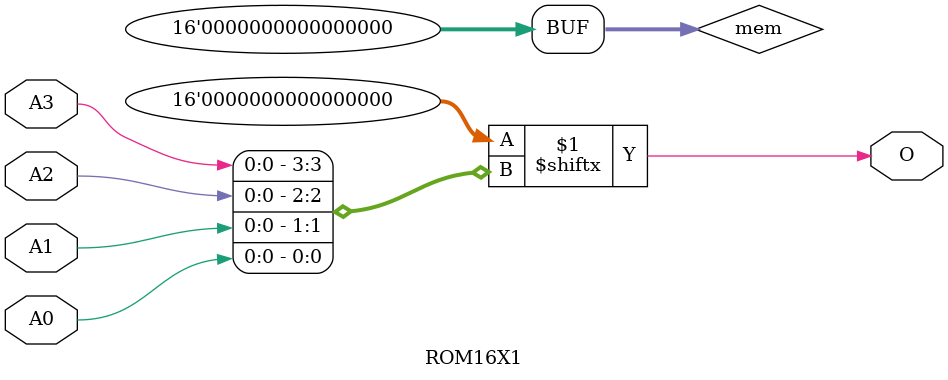
<source format=v>

`timescale  1 ps / 1 ps


module ROM16X1 (O, A0, A1, A2, A3);

    parameter INIT = 16'h0000;

    output O;

    input  A0, A1, A2, A3;

    reg [15:0] mem;

    initial 
            mem = INIT;

    assign O = mem[{A3, A2, A1, A0}];


endmodule


</source>
